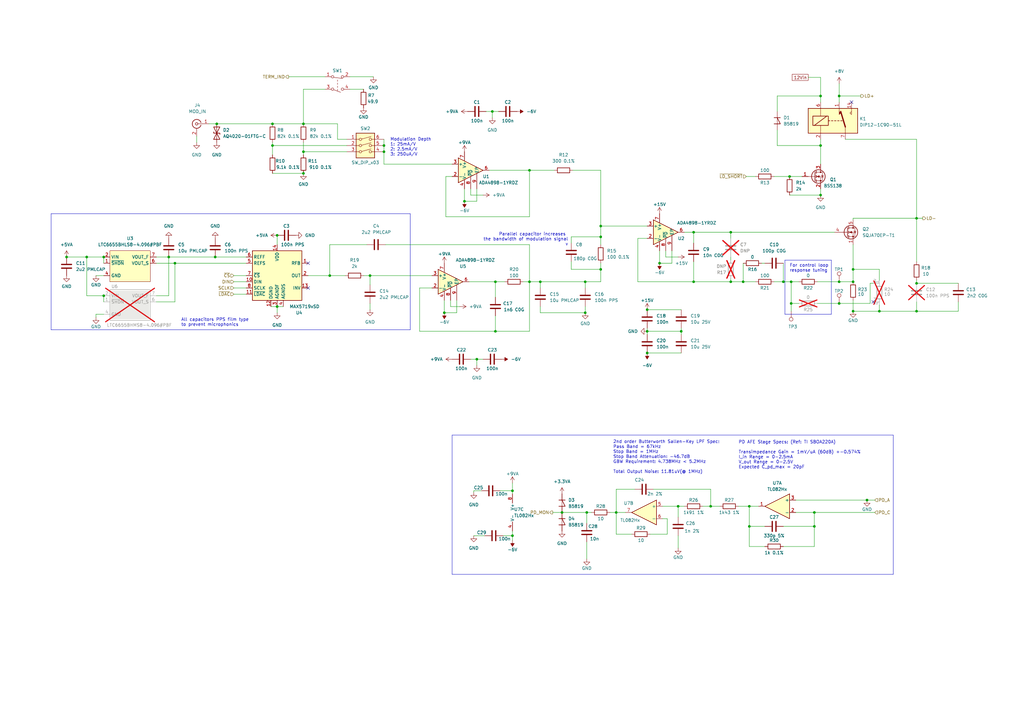
<source format=kicad_sch>
(kicad_sch (version 20230121) (generator eeschema)
  (paper "A3")
  (title_block (title "driveStage") (date "2023-11-27") (rev "r0_3") (company "M-Labs Limited") (comment 1 "Linus Woo Chun Kit"))
  (junction (at 270.51 107.95))
  (junction (at 124.46 71.12))
  (junction (at 217.17 69.85))
  (junction (at 265.43 135.89))
  (junction (at 203.2 115.57))
  (junction (at 324.485 124.46))
  (junction (at 113.665 96.52))
  (junction (at 360.68 127.635))
  (junction (at 375.92 89.535))
  (junction (at 334.01 210.185))
  (junction (at 210.185 201.295))
  (junction (at 88.9 50.8))
  (junction (at 201.93 45.72))
  (junction (at 240.03 115.57))
  (junction (at 344.17 115.57))
  (junction (at 195.58 147.32))
  (junction (at 299.72 115.57))
  (junction (at 265.43 127))
  (junction (at 252.73 210.185))
  (junction (at 349.885 115.57))
  (junction (at 182.245 128.27))
  (junction (at 124.46 50.8))
  (junction (at 336.55 39.37))
  (junction (at 355.6 205.105))
  (junction (at 217.17 115.57))
  (junction (at 307.34 207.645))
  (junction (at 221.615 115.57))
  (junction (at 334.01 215.9))
  (junction (at 190.5 82.55))
  (junction (at 324.485 115.57))
  (junction (at 35.56 105.41))
  (junction (at 42.545 121.285))
  (junction (at 69.215 105.41))
  (junction (at 135.255 113.03))
  (junction (at 336.55 80.01))
  (junction (at 349.885 110.49))
  (junction (at 299.72 95.25))
  (junction (at 284.48 95.25))
  (junction (at 111.76 50.8))
  (junction (at 157.48 62.23))
  (junction (at 88.265 105.41))
  (junction (at 151.765 113.03))
  (junction (at 279.4 135.89))
  (junction (at 210.185 219.71))
  (junction (at 246.38 110.49))
  (junction (at 246.38 92.71))
  (junction (at 42.545 105.41))
  (junction (at 71.755 107.95))
  (junction (at 349.885 127.635))
  (junction (at 265.43 144.78))
  (junction (at 291.465 207.645))
  (junction (at 278.13 207.645))
  (junction (at 240.03 128.27))
  (junction (at 111.76 59.69))
  (junction (at 307.34 215.9))
  (junction (at 336.55 59.69))
  (junction (at 246.38 97.155))
  (junction (at 344.17 39.37))
  (junction (at 230.505 210.185))
  (junction (at 304.8 115.57))
  (junction (at 203.2 135.89))
  (junction (at 124.46 62.23))
  (junction (at 113.665 125.73))
  (junction (at 375.92 127.635))
  (junction (at 157.48 59.69))
  (junction (at 344.17 124.46))
  (junction (at 375.92 116.205))
  (junction (at 240.665 210.185))
  (junction (at 284.48 115.57))
  (junction (at 27.305 105.41))
  (junction (at 323.85 72.39))
  (junction (at 321.31 115.57))
  (no_connect (at 358.14 123.825))
  (no_connect (at 349.25 41.91))
  (no_connect (at 126.365 118.11))
  (no_connect (at 126.365 107.95))
  (wire (pts (xy 151.765 124.46) (xy 151.765 127)))
  (wire (pts (xy 95.885 113.03) (xy 100.965 113.03)))
  (wire (pts (xy 360.68 114.935) (xy 360.68 110.49)))
  (wire (pts (xy 42.545 105.41) (xy 42.545 107.95)))
  (wire (pts (xy 323.85 72.39) (xy 328.93 72.39)))
  (wire (pts (xy 217.17 115.57) (xy 221.615 115.57)))
  (wire (pts (xy 259.08 219.075) (xy 252.73 219.075)))
  (wire (pts (xy 360.68 110.49) (xy 349.885 110.49)))
  (wire (pts (xy 111.76 71.12) (xy 124.46 71.12)))
  (wire (pts (xy 335.28 124.46) (xy 344.17 124.46)))
  (wire (pts (xy 334.01 210.185) (xy 358.775 210.185)))
  (wire (pts (xy 313.69 224.155) (xy 307.34 224.155)))
  (wire (pts (xy 234.315 107.315) (xy 234.315 110.49)))
  (wire (pts (xy 318.77 59.69) (xy 336.55 59.69)))
  (wire (pts (xy 324.485 127.635) (xy 324.485 124.46)))
  (wire (pts (xy 271.78 212.725) (xy 273.685 212.725)))
  (wire (pts (xy 240.03 115.57) (xy 246.38 115.57)))
  (wire (pts (xy 265.43 135.89) (xy 265.43 137.16)))
  (wire (pts (xy 349.885 90.17) (xy 349.885 89.535)))
  (wire (pts (xy 210.185 219.71) (xy 210.185 221.615)))
  (wire (pts (xy 42.545 121.285) (xy 35.56 121.285)))
  (wire (pts (xy 331.47 31.75) (xy 336.55 31.75)))
  (wire (pts (xy 240.665 210.185) (xy 242.57 210.185)))
  (wire (pts (xy 158.115 100.33) (xy 217.17 100.33)))
  (wire (pts (xy 138.43 57.15) (xy 142.24 57.15)))
  (wire (pts (xy 288.29 207.645) (xy 291.465 207.645)))
  (wire (pts (xy 80.645 58.42) (xy 80.645 55.88)))
  (wire (pts (xy 240.03 118.11) (xy 240.03 115.57)))
  (wire (pts (xy 284.48 95.25) (xy 284.48 99.695)))
  (wire (pts (xy 280.67 95.25) (xy 284.48 95.25)))
  (wire (pts (xy 184.785 125.73) (xy 188.595 125.73)))
  (wire (pts (xy 336.55 31.75) (xy 336.55 39.37)))
  (wire (pts (xy 349.885 127.635) (xy 349.885 123.19)))
  (wire (pts (xy 124.46 58.42) (xy 124.46 62.23)))
  (wire (pts (xy 246.38 107.95) (xy 246.38 110.49)))
  (wire (pts (xy 375.92 114.935) (xy 375.92 116.205)))
  (wire (pts (xy 299.72 95.25) (xy 342.265 95.25)))
  (wire (pts (xy 85.725 50.8) (xy 88.9 50.8)))
  (polyline (pts (xy 321.945 128.905) (xy 340.995 128.905)))
  (wire (pts (xy 95.885 118.11) (xy 100.965 118.11)))
  (wire (pts (xy 234.315 110.49) (xy 246.38 110.49)))
  (wire (pts (xy 349.885 110.49) (xy 349.885 115.57)))
  (wire (pts (xy 252.73 200.66) (xy 252.73 210.185)))
  (wire (pts (xy 35.56 105.41) (xy 42.545 105.41)))
  (wire (pts (xy 157.48 59.69) (xy 157.48 62.23)))
  (wire (pts (xy 206.375 219.71) (xy 210.185 219.71)))
  (wire (pts (xy 273.05 105.41) (xy 278.13 105.41)))
  (wire (pts (xy 234.315 97.155) (xy 246.38 97.155)))
  (polyline (pts (xy 321.945 106.68) (xy 340.995 106.68)))
  (wire (pts (xy 318.77 53.34) (xy 318.77 59.69)))
  (wire (pts (xy 157.48 57.15) (xy 157.48 59.69)))
  (wire (pts (xy 299.72 105.41) (xy 299.72 106.68)))
  (wire (pts (xy 95.885 115.57) (xy 100.965 115.57)))
  (wire (pts (xy 356.87 116.205) (xy 358.14 116.205)))
  (wire (pts (xy 111.76 58.42) (xy 111.76 59.69)))
  (wire (pts (xy 200.66 69.85) (xy 217.17 69.85)))
  (wire (pts (xy 201.93 45.72) (xy 201.93 48.26)))
  (wire (pts (xy 326.39 210.185) (xy 334.01 210.185)))
  (wire (pts (xy 306.07 72.39) (xy 309.88 72.39)))
  (wire (pts (xy 221.615 115.57) (xy 240.03 115.57)))
  (wire (pts (xy 267.97 200.66) (xy 291.465 200.66)))
  (wire (pts (xy 349.885 127.635) (xy 360.68 127.635)))
  (wire (pts (xy 217.17 88.9) (xy 217.17 69.85)))
  (wire (pts (xy 39.37 113.03) (xy 42.545 113.03)))
  (wire (pts (xy 210.185 198.12) (xy 210.185 201.295)))
  (wire (pts (xy 252.73 210.185) (xy 256.54 210.185)))
  (wire (pts (xy 138.43 50.8) (xy 138.43 57.15)))
  (wire (pts (xy 151.765 113.03) (xy 177.165 113.03)))
  (wire (pts (xy 157.48 62.23) (xy 157.48 67.31)))
  (wire (pts (xy 203.2 135.89) (xy 217.17 135.89)))
  (wire (pts (xy 149.225 113.03) (xy 151.765 113.03)))
  (wire (pts (xy 349.885 100.33) (xy 349.885 110.49)))
  (wire (pts (xy 299.72 95.25) (xy 299.72 97.79)))
  (wire (pts (xy 217.17 135.89) (xy 217.17 115.57)))
  (wire (pts (xy 375.92 89.535) (xy 349.885 89.535)))
  (wire (pts (xy 240.03 128.27) (xy 240.03 125.73)))
  (wire (pts (xy 64.135 107.95) (xy 71.755 107.95)))
  (wire (pts (xy 360.68 125.095) (xy 360.68 127.635)))
  (wire (pts (xy 336.55 57.15) (xy 336.55 59.69)))
  (wire (pts (xy 124.46 62.23) (xy 142.24 62.23)))
  (wire (pts (xy 214.63 115.57) (xy 217.17 115.57)))
  (wire (pts (xy 278.13 212.09) (xy 278.13 207.645)))
  (wire (pts (xy 279.4 135.89) (xy 265.43 135.89)))
  (wire (pts (xy 375.92 127.635) (xy 375.92 123.825)))
  (wire (pts (xy 201.93 45.72) (xy 204.47 45.72)))
  (wire (pts (xy 324.485 115.57) (xy 324.485 124.46)))
  (wire (pts (xy 172.085 118.11) (xy 172.085 135.89)))
  (wire (pts (xy 307.34 215.9) (xy 307.34 224.155)))
  (wire (pts (xy 195.58 82.55) (xy 195.58 77.47)))
  (wire (pts (xy 190.5 77.47) (xy 190.5 82.55)))
  (wire (pts (xy 187.325 128.27) (xy 187.325 123.19)))
  (wire (pts (xy 291.465 200.66) (xy 291.465 207.645)))
  (wire (pts (xy 135.255 100.33) (xy 135.255 113.03)))
  (wire (pts (xy 39.37 128.905) (xy 39.37 130.175)))
  (wire (pts (xy 150.495 100.33) (xy 135.255 100.33)))
  (polyline (pts (xy 20.955 87.63) (xy 168.275 87.63)))
  (wire (pts (xy 284.48 115.57) (xy 261.62 115.57)))
  (wire (pts (xy 266.7 219.075) (xy 273.685 219.075)))
  (wire (pts (xy 271.78 207.645) (xy 278.13 207.645)))
  (wire (pts (xy 71.755 107.95) (xy 100.965 107.95)))
  (wire (pts (xy 195.58 147.32) (xy 198.12 147.32)))
  (wire (pts (xy 88.9 50.8) (xy 111.76 50.8)))
  (wire (pts (xy 246.38 97.155) (xy 246.38 100.33)))
  (wire (pts (xy 304.8 107.95) (xy 304.8 115.57)))
  (wire (pts (xy 193.04 77.47) (xy 193.04 80.01)))
  (wire (pts (xy 111.76 50.8) (xy 124.46 50.8)))
  (wire (pts (xy 336.55 39.37) (xy 336.55 41.91)))
  (wire (pts (xy 190.5 82.55) (xy 195.58 82.55)))
  (wire (pts (xy 193.04 147.32) (xy 195.58 147.32)))
  (wire (pts (xy 326.39 205.105) (xy 355.6 205.105)))
  (wire (pts (xy 321.31 115.57) (xy 324.485 115.57)))
  (wire (pts (xy 240.665 222.25) (xy 240.665 229.235)))
  (wire (pts (xy 246.38 69.85) (xy 246.38 92.71)))
  (wire (pts (xy 270.51 107.95) (xy 275.59 107.95)))
  (wire (pts (xy 199.39 45.72) (xy 201.93 45.72)))
  (wire (pts (xy 344.17 39.37) (xy 344.17 41.91)))
  (wire (pts (xy 185.42 72.39) (xy 182.88 72.39)))
  (wire (pts (xy 35.56 121.285) (xy 35.56 105.41)))
  (wire (pts (xy 230.505 210.185) (xy 240.665 210.185)))
  (polyline (pts (xy 340.995 128.905) (xy 340.995 106.68)))
  (wire (pts (xy 143.51 31.496) (xy 153.162 31.496)))
  (wire (pts (xy 172.085 135.89) (xy 203.2 135.89)))
  (wire (pts (xy 184.785 123.19) (xy 184.785 125.73)))
  (wire (pts (xy 126.365 113.03) (xy 135.255 113.03)))
  (wire (pts (xy 393.065 127.635) (xy 393.065 123.825)))
  (wire (pts (xy 324.485 115.57) (xy 327.66 115.57)))
  (wire (pts (xy 124.46 36.576) (xy 124.46 50.8)))
  (wire (pts (xy 291.465 207.645) (xy 295.275 207.645)))
  (wire (pts (xy 317.5 115.57) (xy 321.31 115.57)))
  (wire (pts (xy 375.92 57.15) (xy 346.71 57.15)))
  (wire (pts (xy 250.19 210.185) (xy 252.73 210.185)))
  (wire (pts (xy 334.01 210.185) (xy 334.01 215.9)))
  (wire (pts (xy 143.51 36.576) (xy 149.098 36.576)))
  (wire (pts (xy 42.545 128.905) (xy 39.37 128.905)))
  (wire (pts (xy 234.95 69.85) (xy 246.38 69.85)))
  (wire (pts (xy 360.68 127.635) (xy 375.92 127.635)))
  (wire (pts (xy 344.17 115.57) (xy 349.885 115.57)))
  (wire (pts (xy 278.13 224.79) (xy 278.13 219.71)))
  (wire (pts (xy 27.305 105.41) (xy 35.56 105.41)))
  (wire (pts (xy 64.135 121.285) (xy 69.215 121.285)))
  (wire (pts (xy 378.46 89.535) (xy 375.92 89.535)))
  (wire (pts (xy 318.77 39.37) (xy 336.55 39.37)))
  (wire (pts (xy 302.895 207.645) (xy 307.34 207.645)))
  (wire (pts (xy 182.245 128.27) (xy 187.325 128.27)))
  (wire (pts (xy 124.46 62.23) (xy 124.46 63.5)))
  (wire (pts (xy 284.48 95.25) (xy 299.72 95.25)))
  (wire (pts (xy 270.51 102.87) (xy 270.51 107.95)))
  (polyline (pts (xy 20.955 87.63) (xy 20.955 135.255)))
  (wire (pts (xy 111.76 59.69) (xy 142.24 59.69)))
  (wire (pts (xy 375.92 116.205) (xy 393.065 116.205)))
  (wire (pts (xy 252.73 210.185) (xy 252.73 219.075)))
  (wire (pts (xy 261.62 115.57) (xy 261.62 97.79)))
  (wire (pts (xy 113.665 96.52) (xy 113.665 100.33)))
  (wire (pts (xy 273.685 212.725) (xy 273.685 219.075)))
  (wire (pts (xy 273.05 102.87) (xy 273.05 105.41)))
  (wire (pts (xy 157.48 67.31) (xy 185.42 67.31)))
  (wire (pts (xy 226.695 210.185) (xy 230.505 210.185)))
  (polyline (pts (xy 321.945 106.68) (xy 321.945 128.905)))
  (wire (pts (xy 217.17 69.85) (xy 227.33 69.85)))
  (wire (pts (xy 336.55 59.69) (xy 336.55 67.31)))
  (wire (pts (xy 321.31 224.155) (xy 334.01 224.155)))
  (wire (pts (xy 304.8 115.57) (xy 309.88 115.57)))
  (wire (pts (xy 194.31 201.93) (xy 194.31 201.295)))
  (wire (pts (xy 344.17 39.37) (xy 353.06 39.37)))
  (wire (pts (xy 284.48 115.57) (xy 299.72 115.57)))
  (wire (pts (xy 42.545 121.285) (xy 42.545 123.825)))
  (wire (pts (xy 64.135 123.825) (xy 71.755 123.825)))
  (wire (pts (xy 307.34 207.645) (xy 311.15 207.645)))
  (wire (pts (xy 182.88 88.9) (xy 217.17 88.9)))
  (wire (pts (xy 111.125 125.73) (xy 113.665 125.73)))
  (wire (pts (xy 246.38 92.71) (xy 265.43 92.71)))
  (wire (pts (xy 375.92 89.535) (xy 375.92 107.315)))
  (wire (pts (xy 95.885 120.65) (xy 100.965 120.65)))
  (wire (pts (xy 318.77 45.72) (xy 318.77 39.37)))
  (wire (pts (xy 135.255 113.03) (xy 141.605 113.03)))
  (wire (pts (xy 356.87 116.205) (xy 356.87 124.46)))
  (wire (pts (xy 375.92 127.635) (xy 393.065 127.635)))
  (wire (pts (xy 193.04 80.01) (xy 198.12 80.01)))
  (wire (pts (xy 246.38 92.71) (xy 246.38 97.155)))
  (polyline (pts (xy 20.955 135.255) (xy 168.275 135.255)))
  (wire (pts (xy 210.185 201.295) (xy 210.185 202.565)))
  (wire (pts (xy 194.31 201.295) (xy 197.485 201.295)))
  (wire (pts (xy 221.615 125.73) (xy 221.615 128.27)))
  (wire (pts (xy 299.72 114.3) (xy 299.72 115.57)))
  (wire (pts (xy 375.92 57.15) (xy 375.92 89.535)))
  (wire (pts (xy 71.755 123.825) (xy 71.755 107.95)))
  (wire (pts (xy 182.245 123.19) (xy 182.245 128.27)))
  (wire (pts (xy 221.615 118.11) (xy 221.615 115.57)))
  (wire (pts (xy 133.35 36.576) (xy 124.46 36.576)))
  (wire (pts (xy 321.31 107.95) (xy 321.31 115.57)))
  (wire (pts (xy 203.2 129.54) (xy 203.2 135.89)))
  (wire (pts (xy 205.105 201.295) (xy 210.185 201.295)))
  (wire (pts (xy 279.4 134.62) (xy 279.4 135.89)))
  (wire (pts (xy 69.215 105.41) (xy 88.265 105.41)))
  (wire (pts (xy 344.17 34.29) (xy 344.17 39.37)))
  (wire (pts (xy 312.42 107.95) (xy 313.69 107.95)))
  (wire (pts (xy 246.38 110.49) (xy 246.38 115.57)))
  (wire (pts (xy 69.215 121.285) (xy 69.215 105.41)))
  (wire (pts (xy 324.485 124.46) (xy 327.66 124.46)))
  (wire (pts (xy 323.85 80.01) (xy 336.55 80.01)))
  (wire (pts (xy 111.76 59.69) (xy 111.76 63.5)))
  (wire (pts (xy 335.28 115.57) (xy 344.17 115.57)))
  (wire (pts (xy 113.665 125.73) (xy 113.665 128.27)))
  (wire (pts (xy 217.17 100.33) (xy 217.17 115.57)))
  (wire (pts (xy 279.4 135.89) (xy 279.4 137.16)))
  (wire (pts (xy 210.185 217.805) (xy 210.185 219.71)))
  (wire (pts (xy 151.765 113.03) (xy 151.765 116.84)))
  (wire (pts (xy 124.46 50.8) (xy 138.43 50.8)))
  (wire (pts (xy 355.6 205.105) (xy 358.775 205.105)))
  (wire (pts (xy 203.2 115.57) (xy 207.01 115.57)))
  (wire (pts (xy 240.665 214.63) (xy 240.665 210.185)))
  (wire (pts (xy 336.55 77.47) (xy 336.55 80.01)))
  (wire (pts (xy 321.31 215.9) (xy 334.01 215.9)))
  (wire (pts (xy 307.34 207.645) (xy 307.34 215.9)))
  (wire (pts (xy 317.5 72.39) (xy 323.85 72.39)))
  (wire (pts (xy 177.165 118.11) (xy 172.085 118.11)))
  (wire (pts (xy 194.31 219.71) (xy 198.755 219.71)))
  (wire (pts (xy 265.43 134.62) (xy 265.43 135.89)))
  (wire (pts (xy 221.615 128.27) (xy 240.03 128.27)))
  (wire (pts (xy 265.43 127) (xy 279.4 127)))
  (wire (pts (xy 260.35 200.66) (xy 252.73 200.66)))
  (wire (pts (xy 203.2 115.57) (xy 203.2 121.92)))
  (wire (pts (xy 265.43 144.78) (xy 279.4 144.78)))
  (wire (pts (xy 278.13 207.645) (xy 280.67 207.645)))
  (wire (pts (xy 192.405 115.57) (xy 203.2 115.57)))
  (wire (pts (xy 64.135 105.41) (xy 69.215 105.41)))
  (wire (pts (xy 344.17 124.46) (xy 356.87 124.46)))
  (wire (pts (xy 118.364 31.496) (xy 133.35 31.496)))
  (wire (pts (xy 275.59 107.95) (xy 275.59 102.87)))
  (wire (pts (xy 284.48 107.315) (xy 284.48 115.57)))
  (wire (pts (xy 195.58 147.32) (xy 195.58 149.86)))
  (wire (pts (xy 299.72 115.57) (xy 304.8 115.57)))
  (polyline (pts (xy 168.275 135.255) (xy 168.275 87.63)))
  (wire (pts (xy 88.265 105.41) (xy 100.965 105.41)))
  (wire (pts (xy 234.315 99.695) (xy 234.315 97.155)))
  (wire (pts (xy 113.665 125.73) (xy 116.205 125.73)))
  (wire (pts (xy 182.88 72.39) (xy 182.88 88.9)))
  (wire (pts (xy 261.62 97.79) (xy 265.43 97.79)))
  (wire (pts (xy 334.01 215.9) (xy 334.01 224.155)))
  (wire (pts (xy 313.69 215.9) (xy 307.34 215.9)))
  (rectangle (start 185.42 178.435) (end 366.395 235.585))
  (text "All capacitors PPS film type\nto prevent microphonics " (at 74.295 133.985 0) (effects (font (size 1.27 1.27)) (justify left bottom)))
  (text "For control loop\nresponse tuning" (at 323.85 111.76 0) (effects (font (size 1.27 1.27)) (justify left bottom)))
  (text "PD AFE Stage Specs: (Ref: TI SBOA220A)\n\nTransimpedance Gain = 1mV/uA (60dB) +-0.574%\nI_in Range = 0-2.5mA\nV_out Range = 0-2.5V\nExpected C_pd_max = 20pF" (at 302.895 192.405 0) (effects (font (size 1.27 1.27)) (justify left bottom)))
  (text "Modulation Depth\n1: 25mA/V\n2: 2.5mA/V\n3: 250uA/V" (at 160.02 64.135 0) (effects (font (size 1.27 1.27)) (justify left bottom)))
  (text "\n2nd order Butterworth Sallen-Key LPF Spec:\nPass Band = 67kHz\nStop Band = 1MHz\nStop Band Attenuation: -46.7dB\nGBW Requirement: 4.738MHz < 5.2MHz\n\nTotal Output Noise: 11.81uV(@ 1MHz)" (at 251.46 194.31 0) (effects (font (size 1.27 1.27)) (justify left bottom)))
  (text "Parallel capacitor increases \nthe bandwidth of modulation signal\nv" (at 233.045 100.965 0) (effects (font (size 1.27 1.27)) (justify right bottom)))
  (global_label "12Vin" (shape passive) (at 331.47 31.75 180) (property "Intersheetrefs" "${INTERSHEET_REFS}" (effects hide)))
  (hierarchical_label "PD_MON" (shape output) (at 226.695 210.185 180))
  (hierarchical_label "PD_C" (shape input) (at 358.775 210.185 0))
  (hierarchical_label "TERM_IND" (shape output) (at 118.364 31.496 180))
  (hierarchical_label "~{LDAC}" (shape input) (at 95.885 120.65 180))
  (hierarchical_label "~{LD_SHORT}" (shape input) (at 306.07 72.39 180))
  (hierarchical_label "LD+" (shape output) (at 353.06 39.37 0))
  (hierarchical_label "PD_A" (shape input) (at 358.775 205.105 0))
  (hierarchical_label "SCLK" (shape input) (at 95.885 118.11 180))
  (hierarchical_label "DIN" (shape input) (at 95.885 115.57 180))
  (hierarchical_label "LD-" (shape output) (at 378.46 89.535 0))
  (hierarchical_label "~{CS}" (shape input) (at 95.885 113.03 180))
  (symbol (lib_id "Connector:TestPoint") (at 344.17 115.57 0) (unit 1)
    (property "Reference" "TP1" (at 342.265 110.49 0) (effects (justify left)))
    (property "Value" "TestPoint" (effects hide))
    (property "Footprint" "TestPoint:TestPoint_Pad_1.0x1.0mm" (effects hide))
  )
  (symbol (lib_id "Device:R") (at 299.72 110.49 180) (unit 1) (dnp yes)
    (property "Reference" "R17" (at 295.91 111.76 0))
    (property "Value" "DNP" (at 295.91 109.22 0))
    (property "Footprint" "Resistor_SMD:R_0603_1608Metric" (effects hide))
  )
  (symbol (lib_id "kirdy:R_Y169010R0000T9L") (at 360.68 120.015 0) (mirror y) (unit 1) (dnp yes)
    (property "Reference" "R24" (at 362.585 118.745 0) (effects (justify right)))
    (property "Value" "10" (at 362.585 120.65 0) (effects (justify right)))
    (property "Footprint" "Package_TO_SOT_THT:TO-220F-4_Horizontal_TabDown" (effects hide))
    (property "Datasheet" "https://www.mouser.hk/datasheet/2/428/vpr22021-3247675.pdf" (effects hide))
    (property "MFR_PN" "Y169010R0000T9L" (effects hide))
  )
  (symbol (lib_id "Device:R") (at 284.48 207.645 90) (unit 1)
    (property "Reference" "R26" (at 284.48 205.105 90))
    (property "Value" "1k91 1%" (at 284.48 210.185 90))
    (property "Footprint" "Resistor_SMD:R_0603_1608Metric" (effects hide))
    (property "MFR_PN" "ERJ-3EKF1911V" (effects hide))
  )
  (symbol (lib_id "Device:C") (at 264.16 200.66 270) (unit 1)
    (property "Reference" "C24" (at 262.255 196.85 90))
    (property "Value" "2n 2%" (at 268.605 202.565 90))
    (property "Footprint" "Capacitor_SMD:C_0603_1608Metric" (effects hide))
    (property "MFR_PN" "GCM1885C1H202GA16D" (effects hide))
  )
  (symbol (lib_id "power:GND") (at 39.37 130.175 0) (mirror y) (unit 1)
    (property "Reference" "#PWR042" (effects hide))
    (property "Value" "GND" (at 39.37 133.985 0))
  )
  (symbol (lib_id "Device:R") (at 323.85 76.2 180) (unit 1)
    (property "Reference" "R14" (at 326.39 74.9299 0) (effects (justify right)))
    (property "Value" "2k" (at 326.39 77.4699 0) (effects (justify right)))
    (property "Footprint" "Resistor_SMD:R_0603_1608Metric" (effects hide))
    (property "MFR_PN" "RC0603FR-072KL" (effects hide))
    (property "MFR_PN_ALT" "ERJ-3EKF2001V" (effects hide))
  )
  (symbol (lib_id "power:GND") (at 336.55 80.01 0) (unit 1)
    (property "Reference" "#PWR022" (effects hide))
    (property "Value" "GND" (at 336.55 85.09 0))
  )
  (symbol (lib_id "power:-6V") (at 212.09 45.72 270) (unit 1)
    (property "Reference" "#PWR015" (effects hide))
    (property "Value" "-6V" (at 215.9 45.7199 90) (effects (justify left)))
  )
  (symbol (lib_id "Device:C") (at 154.305 100.33 90) (unit 1)
    (property "Reference" "C4" (at 154.305 92.71 90))
    (property "Value" "2u2 PMLCAP" (at 154.305 95.25 90))
    (property "Footprint" "Capacitor_SMD:C_1812_4532Metric" (effects hide))
    (property "MFR_PN" "35MU225MC14532" (effects hide))
  )
  (symbol (lib_id "kirdy:LTC6655") (at 52.705 126.365 0) (unit 1) (dnp yes)
    (property "Reference" "U6" (at 46.99 117.475 0))
    (property "Value" "LTC6655BHMS8-4.096#PBF" (at 57.15 133.35 0))
    (property "Footprint" "kirdy:SOP65P490X110-8N" (effects hide))
    (property "Datasheet" "https://www.analog.com/media/en/technical-documentation/data-sheets/ltc6655-6655ln.pdf" (effects hide))
    (property "MFR_PN" "LTC6655BHMS8-4.096#PBF" (effects hide))
  )
  (symbol (lib_id "power:+15V") (at 265.43 127 0) (unit 1)
    (property "Reference" "#PWR037" (effects hide))
    (property "Value" "+15V" (at 265.43 123.19 0))
  )
  (symbol (lib_id "Device:R") (at 331.47 115.57 90) (unit 1)
    (property "Reference" "R22" (at 331.47 118.11 90))
    (property "Value" "0" (at 331.47 113.03 90))
    (property "Footprint" "Resistor_SMD:R_0603_1608Metric" (effects hide))
    (property "MFR_PN" "RMCF0603ZT0R00" (effects hide))
    (property "MFR_PN_ALT" "CR0603-J/-000ELF" (effects hide))
  )
  (symbol (lib_id "power:-6V") (at 205.74 147.32 270) (unit 1)
    (property "Reference" "#PWR046" (effects hide))
    (property "Value" "-6V" (at 209.55 147.3199 90) (effects (justify left)))
  )
  (symbol (lib_id "Device:D_Shockley") (at 230.505 206.375 270) (unit 1)
    (property "Reference" "D3" (at 233.045 205.1049 90) (effects (justify left)))
    (property "Value" "B5819" (at 233.045 207.6449 90) (effects (justify left)))
    (property "Footprint" "Diode_SMD:D_SOD-323" (effects hide))
    (property "MFR_PN" "B5819WS-TP" (effects hide))
  )
  (symbol (lib_id "power:GND") (at 194.31 201.93 0) (unit 1)
    (property "Reference" "#PWR049" (effects hide))
    (property "Value" "GND" (at 194.31 207.01 0))
  )
  (symbol (lib_id "Device:C") (at 208.28 45.72 90) (unit 1)
    (property "Reference" "C2" (at 208.28 41.91 90))
    (property "Value" "100n" (at 208.28 49.53 90))
    (property "Footprint" "Capacitor_SMD:C_0603_1608Metric" (effects hide))
    (property "MFR_PN" "CL10B104KB8NNWC" (effects hide))
    (property "MFR_PN_ALT" "CL10B104KB8NNNL" (effects hide))
  )
  (symbol (lib_id "power:GND") (at 39.37 113.03 0) (mirror y) (unit 1)
    (property "Reference" "#PWR034" (effects hide))
    (property "Value" "GND" (at 39.37 116.84 0))
  )
  (symbol (lib_id "Device:R") (at 349.885 119.38 0) (mirror x) (unit 1)
    (property "Reference" "R23" (at 351.79 118.745 0) (effects (justify left)))
    (property "Value" "10" (at 351.79 120.65 0) (effects (justify left)))
    (property "Footprint" "Package_TO_SOT_THT:TO-220-2_Horizontal_TabDown" (effects hide))
    (property "Datasheet" "https://www.alpha-elec.co.jp/w2img/2022100715510167015-PD(EN)_final_10Jan2018.pdf" (effects hide))
    (property "MFR_PN" "PDY10R000F" (effects hide))
  )
  (symbol (lib_id "Relay:DIPxx-1Cxx-51x") (at 341.63 49.53 0) (unit 1)
    (property "Reference" "K1" (at 352.552 48.6953 0) (effects (justify left)))
    (property "Value" "DIP12-1C90-51L" (at 352.552 51.2322 0) (effects (justify left)))
    (property "Footprint" "Relay_THT:Relay_StandexMeder_DIP_LowProfile" (effects hide))
    (property "Datasheet" "https://standexelectronics.com/wp-content/uploads/datasheet_reed_relay_DIP.pdf" (effects hide))
    (property "MFR_PN" "DIP12-1C90-51L" (effects hide))
  )
  (symbol (lib_id "Device:C") (at 278.13 215.9 180) (unit 1)
    (property "Reference" "C26" (at 283.21 214.63 0))
    (property "Value" "1n 2%" (at 283.845 217.805 0))
    (property "Footprint" "Capacitor_SMD:C_0603_1608Metric" (effects hide))
    (property "MFR_PN" "0603N102G250CT" (effects hide))
  )
  (symbol (lib_id "power:+5VA") (at 27.305 105.41 0) (unit 1)
    (property "Reference" "#PWR029" (effects hide))
    (property "Value" "+5VA" (at 27.305 100.33 0))
  )
  (symbol (lib_id "Device:C") (at 279.4 140.97 0) (unit 1)
    (property "Reference" "C21" (at 283.21 139.7 0) (effects (justify left)))
    (property "Value" "10u 25V" (at 283.21 142.24 0) (effects (justify left)))
    (property "Footprint" "Capacitor_SMD:C_0805_2012Metric" (effects hide))
    (property "MFR_PN" "GRM21BZ71E106KE15K" (effects hide))
    (property "MFR_PN_ALT" "GRM21BZ71E106KE15L" (effects hide))
  )
  (symbol (lib_id "Device:C") (at 69.215 101.6 0) (unit 1)
    (property "Reference" "C5" (at 73.025 100.33 0) (effects (justify left)))
    (property "Value" "10u PMLCAP" (at 73.025 102.87 0) (effects (justify left)))
    (property "Footprint" "Capacitor_SMD:C_1812_4532Metric" (effects hide))
    (property "MFR_PN" "16MU106MC44532" (effects hide))
  )
  (symbol (lib_id "Connector:TestPoint") (at 324.485 127.635 180) (unit 1)
    (property "Reference" "TP3" (at 327.025 133.985 0) (effects (justify left)))
    (property "Value" "TestPoint" (effects hide))
    (property "Footprint" "TestPoint:TestPoint_Pad_1.0x1.0mm" (effects hide))
  )
  (symbol (lib_id "Device:C") (at 299.72 101.6 0) (unit 1) (dnp yes)
    (property "Reference" "C7" (at 303.53 100.3299 0) (effects (justify left)))
    (property "Value" "DNP" (at 303.53 102.8699 0) (effects (justify left)))
    (property "Footprint" "Capacitor_SMD:C_0603_1608Metric" (effects hide))
  )
  (symbol (lib_id "Device:R") (at 313.69 115.57 90) (unit 1)
    (property "Reference" "R21" (at 313.69 118.11 90))
    (property "Value" "100" (at 313.69 113.03 90))
    (property "Footprint" "Resistor_SMD:R_0603_1608Metric" (effects hide))
    (property "MFR_PN" "WR06X1000FTL" (effects hide))
    (property "MFR_PN_ALT" "RMCF0603FT100R" (effects hide))
  )
  (symbol (lib_id "Device:R") (at 375.92 111.125 180) (unit 1)
    (property "Reference" "R18" (at 379.73 109.855 0))
    (property "Value" "10" (at 379.73 112.395 0))
    (property "Footprint" "Resistor_SMD:R_0603_1608Metric" (effects hide))
    (property "MFR_PN" "RT0603BRD0710RL" (effects hide))
    (property "MFR_PN_ALT" "WR06X10R0FTL" (effects hide))
  )
  (symbol (lib_id "power:GND") (at 113.665 128.27 0) (unit 1)
    (property "Reference" "#PWR039" (effects hide))
    (property "Value" "GND" (at 113.665 133.35 0))
  )
  (symbol (lib_id "Amplifier_Operational:ADA4898-1YRDZ") (at 273.05 95.25 0) (unit 1)
    (property "Reference" "U2" (at 279.4 97.79 0))
    (property "Value" "ADA4898-1YRDZ" (at 285.75 91.44 0))
    (property "Footprint" "Package_SO:SOIC-8-1EP_3.9x4.9mm_P1.27mm_EP2.29x3mm" (effects hide))
    (property "Datasheet" "https://www.analog.com/media/en/technical-documentation/data-sheets/ada4898-1_4898-2.pdf" (effects hide))
    (property "MFR_PN" "ADA4898-1YRDZ" (effects hide))
  )
  (symbol (lib_id "Device:C") (at 284.48 103.505 0) (unit 1)
    (property "Reference" "C9" (at 288.29 102.2349 0) (effects (justify left)))
    (property "Value" "10n C0G" (at 288.29 104.7749 0) (effects (justify left)))
    (property "Footprint" "Capacitor_SMD:C_0603_1608Metric" (effects hide))
    (property "MFR_PN" "GRM1885C1H103JA01J" (effects hide))
  )
  (symbol (lib_id "power:GND") (at 278.13 224.79 0) (unit 1)
    (property "Reference" "#PWR055" (effects hide))
    (property "Value" "GND" (at 278.13 228.6 0))
  )
  (symbol (lib_id "Device:C") (at 375.92 120.015 0) (unit 1) (dnp yes)
    (property "Reference" "C12" (at 379.73 118.7449 0) (effects (justify left)))
    (property "Value" "100n PPS" (at 379.73 121.2849 0) (effects (justify left)))
    (property "Footprint" "Capacitor_SMD:C_1210_3225Metric" (effects hide))
    (property "MFR_PN" "ECH-U1C104JX5" (effects hide))
  )
  (symbol (lib_id "Device:R") (at 246.38 104.14 180) (unit 1)
    (property "Reference" "R15" (at 248.92 102.87 0) (effects (justify right)))
    (property "Value" "100 0.1%" (at 248.92 105.41 0) (effects (justify right)))
    (property "Footprint" "Resistor_SMD:R_0603_1608Metric" (effects hide))
    (property "MFR_PN" "RN73R1JTTD1000B25" (effects hide))
  )
  (symbol (lib_id "power:GND") (at 121.285 96.52 90) (unit 1)
    (property "Reference" "#PWR026" (effects hide))
    (property "Value" "GND" (at 125.095 96.5199 90) (effects (justify right)))
  )
  (symbol (lib_id "Device:R") (at 111.76 67.31 180) (unit 1)
    (property "Reference" "R10" (at 114.935 66.04 0))
    (property "Value" "9.1k 0.1%" (at 118.11 68.58 0))
    (property "Footprint" "Resistor_SMD:R_0603_1608Metric" (effects hide))
    (property "MFR_PN" "ERA-3AEB912V" (effects hide))
  )
  (symbol (lib_id "power:GND") (at 149.098 44.196 0) (unit 1)
    (property "Reference" "#PWR013" (effects hide))
    (property "Value" "GND" (at 149.098 48.006 0))
  )
  (symbol (lib_id "power:GND") (at 27.305 113.03 0) (unit 1)
    (property "Reference" "#PWR033" (effects hide))
    (property "Value" "GND" (at 27.305 117.475 0))
  )
  (symbol (lib_id "power:GND") (at 69.215 97.79 180) (unit 1)
    (property "Reference" "#PWR027" (effects hide))
    (property "Value" "GND" (at 69.215 92.71 0))
  )
  (symbol (lib_id "power:-6V") (at 210.185 221.615 180) (unit 1)
    (property "Reference" "#PWR054" (effects hide))
    (property "Value" "-6V" (at 210.185 225.425 0))
  )
  (symbol (lib_id "Device:R") (at 149.098 40.386 180) (unit 1)
    (property "Reference" "R7" (at 152.273 39.116 0))
    (property "Value" "49.9" (at 152.908 41.656 0))
    (property "Footprint" "Resistor_SMD:R_0603_1608Metric" (effects hide))
    (property "MFR_PN" "RT0603DRE0749R9L" (effects hide))
  )
  (symbol (lib_id "Device:C") (at 221.615 121.92 0) (unit 1)
    (property "Reference" "C15" (at 225.425 120.65 0) (effects (justify left)))
    (property "Value" "10u PMLCAP" (at 225.425 123.19 0) (effects (justify left)))
    (property "Footprint" "Capacitor_SMD:C_1812_4532Metric" (effects hide))
    (property "MFR_PN" "16MU106MC44532" (effects hide))
  )
  (symbol (lib_id "Device:R") (at 262.89 219.075 90) (unit 1)
    (property "Reference" "R29" (at 262.89 216.535 90))
    (property "Value" "10" (at 262.89 221.615 90))
    (property "Footprint" "Resistor_SMD:R_0603_1608Metric" (effects hide))
    (property "MFR_PN" "RT0603BRD0710RL" (effects hide))
    (property "MFR_PN_ALT" "WR06X10R0FTL" (effects hide))
  )
  (symbol (lib_id "Amplifier_Operational:ADA4898-1YRDZ") (at 184.785 115.57 0) (unit 1)
    (property "Reference" "U5" (at 189.865 109.22 0))
    (property "Value" "ADA4898-1YRDZ" (at 194.945 106.68 0))
    (property "Footprint" "Package_SO:SOIC-8-1EP_3.9x4.9mm_P1.27mm_EP2.29x3mm" (effects hide))
    (property "Datasheet" "https://www.analog.com/media/en/technical-documentation/data-sheets/ada4898-1_4898-2.pdf" (effects hide))
    (property "MFR_PN" "ADA4898-1YRDZ" (effects hide))
  )
  (symbol (lib_id "Device:C") (at 317.5 215.9 90) (unit 1)
    (property "Reference" "C27" (at 317.5 212.09 90))
    (property "Value" "330p 5%" (at 317.5 219.71 90))
    (property "Footprint" "Capacitor_SMD:C_0603_1608Metric" (effects hide))
    (property "MFR_PN" "885012006041" (effects hide))
  )
  (symbol (lib_id "power:GND") (at 265.43 135.89 270) (unit 1)
    (property "Reference" "#PWR043" (effects hide))
    (property "Value" "GND" (at 261.62 135.8899 90) (effects (justify right)))
  )
  (symbol (lib_id "power:GND") (at 194.31 219.71 0) (unit 1)
    (property "Reference" "#PWR053" (effects hide))
    (property "Value" "GND" (at 194.31 224.79 0))
  )
  (symbol (lib_id "Device:C") (at 265.43 140.97 0) (unit 1)
    (property "Reference" "C20" (at 269.24 139.6999 0) (effects (justify left)))
    (property "Value" "100n" (at 269.24 142.2399 0) (effects (justify left)))
    (property "Footprint" "Capacitor_SMD:C_0603_1608Metric" (effects hide))
    (property "MFR_PN" "CL10B104KB8NNWC" (effects hide))
    (property "MFR_PN_ALT" "CL10B104KB8NNNL" (effects hide))
  )
  (symbol (lib_id "power:+9VA") (at 210.185 198.12 0) (unit 1)
    (property "Reference" "#PWR048" (effects hide))
    (property "Value" "+9VA" (at 210.185 194.31 0))
  )
  (symbol (lib_id "power:GND") (at 151.765 127 0) (unit 1)
    (property "Reference" "#PWR036" (effects hide))
    (property "Value" "GND" (at 151.765 132.08 0))
  )
  (symbol (lib_id "Device:R") (at 317.5 224.155 90) (unit 1)
    (property "Reference" "R30" (at 317.5 221.615 90))
    (property "Value" "1k 0.1%" (at 317.5 226.695 90))
    (property "Footprint" "Resistor_SMD:R_0603_1608Metric" (effects hide))
    (property "MFR_PN" "RP0603BRD071KL" (effects hide))
    (property "MFR_PN_ALT" "WR06X1001FTL" (effects hide))
  )
  (symbol (lib_id "Device:R") (at 145.415 113.03 90) (unit 1)
    (property "Reference" "R19" (at 145.415 106.68 90))
    (property "Value" "2k" (at 145.415 109.22 90))
    (property "Footprint" "Resistor_SMD:R_0603_1608Metric" (effects hide))
    (property "MFR_PN" "RC0603FR-072KL" (effects hide))
    (property "MFR_PN_ALT" "ERJ-3EKF2001V" (effects hide))
  )
  (symbol (lib_id "Device:C") (at 203.2 125.73 180) (unit 1)
    (property "Reference" "C17" (at 208.28 124.46 0))
    (property "Value" "1n6 C0G" (at 210.82 127 0))
    (property "Footprint" "Capacitor_SMD:C_0603_1608Metric" (effects hide))
    (property "MFR_PN" "GRM1885C1H162JA01D" (effects hide))
  )
  (symbol (lib_id "Device:C") (at 201.93 147.32 90) (unit 1)
    (property "Reference" "C23" (at 201.93 143.51 90))
    (property "Value" "100n" (at 201.93 151.13 90))
    (property "Footprint" "Capacitor_SMD:C_0603_1608Metric" (effects hide))
    (property "MFR_PN" "CL10B104KB8NNWC" (effects hide))
    (property "MFR_PN_ALT" "CL10B104KB8NNNL" (effects hide))
  )
  (symbol (lib_id "power:+9VA") (at 198.12 80.01 270) (unit 1)
    (property "Reference" "#PWR021" (effects hide))
    (property "Value" "+9VA" (at 201.93 80.0099 90) (effects (justify left)))
  )
  (symbol (lib_id "Device:R") (at 124.46 54.61 0) (unit 1)
    (property "Reference" "R9" (at 127 53.34 0) (effects (justify left)))
    (property "Value" "82k 0.1%" (at 127 55.88 0) (effects (justify left)))
    (property "Footprint" "Resistor_SMD:R_0603_1608Metric" (effects hide))
    (property "MFR_PN" "ERA-3AEB823V" (effects hide))
  )
  (symbol (lib_id "Device:C") (at 317.5 107.95 90) (unit 1)
    (property "Reference" "C10" (at 317.5 100.33 90))
    (property "Value" "100p C0G" (at 317.5 102.87 90))
    (property "Footprint" "Capacitor_SMD:C_0603_1608Metric" (effects hide))
    (property "MFR_PN" "CC0603JRNPO7BN101" (effects hide))
  )
  (symbol (lib_id "power:-6V") (at 182.245 128.27 180) (unit 1)
    (property "Reference" "#PWR040" (effects hide))
    (property "Value" "-6V" (at 182.245 132.08 0))
  )
  (symbol (lib_id "Device:C") (at 202.565 219.71 270) (unit 1)
    (property "Reference" "C29" (at 195.58 218.44 90) (effects (justify left)))
    (property "Value" "100n" (at 204.47 220.98 90) (effects (justify left)))
    (property "Footprint" "Capacitor_SMD:C_0603_1608Metric" (effects hide))
    (property "MFR_PN" "CL10B104KB8NNWC" (effects hide))
    (property "MFR_PN_ALT" "CL10B104KB8NNNL" (effects hide))
  )
  (symbol (lib_id "power:+15V") (at 278.13 105.41 270) (unit 1)
    (property "Reference" "#PWR030" (effects hide))
    (property "Value" "+15V" (at 276.86 107.95 90) (effects (justify left)))
  )
  (symbol (lib_id "Device:C") (at 279.4 130.81 0) (unit 1)
    (property "Reference" "C19" (at 283.21 129.54 0) (effects (justify left)))
    (property "Value" "10u 25V" (at 283.21 132.08 0) (effects (justify left)))
    (property "Footprint" "Capacitor_SMD:C_0805_2012Metric" (effects hide))
    (property "MFR_PN" "GRM21BZ71E106KE15K" (effects hide))
    (property "MFR_PN_ALT" "GRM21BZ71E106KE15L" (effects hide))
  )
  (symbol (lib_id "power:GND") (at 153.162 31.496 0) (unit 1)
    (property "Reference" "#PWR011" (effects hide))
    (property "Value" "GND" (at 153.162 35.941 0))
  )
  (symbol (lib_id "Amplifier_Operational:TL082") (at 318.77 207.645 0) (mirror y) (unit 1)
    (property "Reference" "U7" (at 318.77 198.12 0))
    (property "Value" "TL082Hx" (at 318.77 200.66 0))
    (property "Footprint" "kirdy:SOIC8-TL082Hx" (effects hide))
    (property "Datasheet" "http://www.ti.com/lit/ds/symlink/tl081.pdf" (effects hide))
    (property "MFR_PN" "TL082HIDR" (effects hide))
  )
  (symbol (lib_id "Device:R") (at 308.61 107.95 90) (unit 1)
    (property "Reference" "R16" (at 308.61 110.49 90))
    (property "Value" "0" (at 308.61 105.41 90))
    (property "Footprint" "Resistor_SMD:R_0603_1608Metric" (effects hide))
    (property "MFR_PN" "RMCF0603ZT0R00" (effects hide))
    (property "MFR_PN_ALT" "CR0603-J/-000ELF" (effects hide))
  )
  (symbol (lib_id "power:+9VA") (at 191.77 45.72 90) (unit 1)
    (property "Reference" "#PWR014" (effects hide))
    (property "Value" "+9VA" (at 187.96 45.7199 90) (effects (justify left)))
  )
  (symbol (lib_id "Device:R") (at 313.69 72.39 90) (unit 1)
    (property "Reference" "R13" (at 313.69 74.93 90))
    (property "Value" "100" (at 313.69 69.85 90))
    (property "Footprint" "Resistor_SMD:R_0603_1608Metric" (effects hide))
    (property "MFR_PN" "WR06X1000FTL" (effects hide))
    (property "MFR_PN_ALT" "RMCF0603FT100R" (effects hide))
  )
  (symbol (lib_id "power:+3.3VA") (at 230.505 202.565 0) (unit 1)
    (property "Reference" "#PWR050" (effects hide))
    (property "Value" "+3.3VA" (at 230.505 197.485 0))
  )
  (symbol (lib_id "power:GND") (at 240.665 229.235 0) (unit 1)
    (property "Reference" "#PWR056" (effects hide))
    (property "Value" "GND" (at 240.665 233.045 0))
  )
  (symbol (lib_id "power:GND") (at 124.46 71.12 0) (unit 1)
    (property "Reference" "#PWR020" (effects hide))
    (property "Value" "GND" (at 124.46 75.5634 0))
  )
  (symbol (lib_id "Device:R") (at 231.14 69.85 90) (unit 1)
    (property "Reference" "R12" (at 231.14 63.5 90))
    (property "Value" "300 0.1%" (at 231.14 66.04 90))
    (property "Footprint" "Resistor_SMD:R_0603_1608Metric" (effects hide))
    (property "MFR_PN" "ERA-3AEB301V" (effects hide))
  )
  (symbol (lib_id "Device:R") (at 246.38 210.185 90) (unit 1)
    (property "Reference" "R28" (at 246.38 207.645 90))
    (property "Value" "10" (at 246.38 212.725 90))
    (property "Footprint" "Resistor_SMD:R_0603_1608Metric" (effects hide))
    (property "MFR_PN" "RT0603BRD0710RL" (effects hide))
    (property "MFR_PN_ALT" "WR06X10R0FTL" (effects hide))
  )
  (symbol (lib_id "Device:R") (at 331.47 124.46 90) (unit 1) (dnp yes)
    (property "Reference" "R25" (at 331.47 127 90))
    (property "Value" "0" (at 331.47 121.92 90))
    (property "Footprint" "Resistor_SMD:R_0603_1608Metric" (effects hide))
    (property "MFR_PN" "RMCF0603ZT0R00" (effects hide))
    (property "MFR_PN_ALT" "CR0603-J/-000ELF" (effects hide))
  )
  (symbol (lib_id "power:+9VA") (at 185.42 147.32 90) (unit 1)
    (property "Reference" "#PWR045" (effects hide))
    (property "Value" "+9VA" (at 181.61 147.3199 90) (effects (justify left)))
  )
  (symbol (lib_id "power:GND") (at 88.9 58.42 0) (unit 1)
    (property "Reference" "#PWR018" (effects hide))
    (property "Value" "GND" (at 88.9 63.5 0))
  )
  (symbol (lib_id "Device:C") (at 234.315 103.505 0) (unit 1)
    (property "Reference" "C8" (at 237.49 100.33 0))
    (property "Value" "180p C0G" (at 240.03 106.045 0))
    (property "Footprint" "Capacitor_SMD:C_0603_1608Metric" (effects hide))
    (property "MFR_PN" "CL10C181JB81PND" (effects hide))
  )
  (symbol (lib_id "Device:R") (at 111.76 54.61 0) (unit 1)
    (property "Reference" "R8" (at 113.665 53.34 0) (effects (justify left)))
    (property "Value" "82k 0.1%" (at 113.665 55.88 0) (effects (justify left)))
    (property "Footprint" "Resistor_SMD:R_0603_1608Metric" (effects hide))
    (property "MFR_PN" "ERA-3AEB823V" (effects hide))
  )
  (symbol (lib_id "power:+9VA") (at 188.595 125.73 270) (unit 1)
    (property "Reference" "#PWR035" (effects hide))
    (property "Value" "+9VA" (at 192.405 125.7299 90) (effects (justify left)))
  )
  (symbol (lib_id "power:GND") (at 349.885 127.635 0) (unit 1)
    (property "Reference" "#PWR038" (effects hide))
    (property "Value" "GND" (at 349.885 131.445 0))
  )
  (symbol (lib_id "kirdy:SPDT_204-121ST") (at 133.35 31.496 0) (unit 1)
    (property "Reference" "SW1" (at 138.43 28.956 0))
    (property "Value" "204-121ST" (effects hide))
    (property "Footprint" "kirdy:204-121ST" (effects hide))
    (property "MFR_PN" "204-121ST" (effects hide))
  )
  (symbol (lib_id "Device:C") (at 201.295 201.295 270) (unit 1)
    (property "Reference" "C25" (at 194.31 200.025 90) (effects (justify left)))
    (property "Value" "100n" (at 203.2 202.565 90) (effects (justify left)))
    (property "Footprint" "Capacitor_SMD:C_0603_1608Metric" (effects hide))
    (property "MFR_PN" "CL10B104KB8NNWC" (effects hide))
    (property "MFR_PN_ALT" "CL10B104KB8NNNL" (effects hide))
  )
  (symbol (lib_id "Device:R") (at 124.46 67.31 180) (unit 1)
    (property "Reference" "R11" (at 128.27 66.04 0))
    (property "Value" "910 0.1%" (at 131.445 68.58 0))
    (property "Footprint" "Resistor_SMD:R_0603_1608Metric" (effects hide))
    (property "MFR_PN" "ERA-3AEB911V" (effects hide))
  )
  (symbol (lib_id "Device:C") (at 27.305 109.22 0) (unit 1)
    (property "Reference" "C11" (at 31.115 107.95 0) (effects (justify left)))
    (property "Value" "2u2 PMLCAP" (at 31.115 110.49 0) (effects (justify left)))
    (property "Footprint" "Capacitor_SMD:C_1812_4532Metric" (effects hide))
    (property "MFR_PN" "35MU225MC14532" (effects hide))
  )
  (symbol (lib_id "power:+8V") (at 344.17 34.29 0) (unit 1)
    (property "Reference" "#PWR012" (effects hide))
    (property "Value" "+8V" (at 344.17 29.21 0))
  )
  (symbol (lib_id "power:GND") (at 240.03 128.27 0) (unit 1)
    (property "Reference" "#PWR041" (effects hide))
    (property "Value" "GND" (at 240.03 132.7134 0))
  )
  (symbol (lib_id "Device:C") (at 240.665 218.44 180) (unit 1)
    (property "Reference" "C28" (at 243.205 215.9 0))
    (property "Value" "10n" (at 243.84 220.98 0))
    (property "Footprint" "Capacitor_SMD:C_0603_1608Metric" (effects hide))
    (property "MFR_PN" "0603B103K500CT" (effects hide))
    (property "MFR_PN_ALT" "CL10B103KB8NNNC" (effects hide))
  )
  (symbol (lib_id "power:GND") (at 195.58 149.86 0) (unit 1)
    (property "Reference" "#PWR047" (effects hide))
    (property "Value" "GND" (at 195.58 154.94 0))
  )
  (symbol (lib_id "power:GND") (at 230.505 217.805 0) (unit 1)
    (property "Reference" "#PWR052" (effects hide))
    (property "Value" "GND" (at 230.505 222.885 0))
  )
  (symbol (lib_id "Amplifier_Operational:ADA4898-1YRDZ") (at 193.04 69.85 0) (unit 1)
    (property "Reference" "U1" (at 199.39 72.39 0))
    (property "Value" "ADA4898-1YRDZ" (at 204.47 74.93 0))
    (property "Footprint" "Package_SO:SOIC-8-1EP_3.9x4.9mm_P1.27mm_EP2.29x3mm" (effects hide))
    (property "Datasheet" "https://www.analog.com/media/en/technical-documentation/data-sheets/ada4898-1_4898-2.pdf" (effects hide))
    (property "MFR_PN" "ADA4898-1YRDZ" (effects hide))
  )
  (symbol (lib_id "power:-6V") (at 190.5 82.55 180) (unit 1)
    (property "Reference" "#PWR023" (effects hide))
    (property "Value" "-6V" (at 190.5 86.36 0))
  )
  (symbol (lib_id "power:GND") (at 201.93 48.26 0) (unit 1)
    (property "Reference" "#PWR016" (effects hide))
    (property "Value" "GND" (at 201.93 53.34 0))
  )
  (symbol (lib_id "power:GND") (at 88.265 97.79 180) (unit 1)
    (property "Reference" "#PWR028" (effects hide))
    (property "Value" "GND" (at 88.265 92.71 0))
  )
  (symbol (lib_id "power:GND") (at 80.645 58.42 0) (unit 1)
    (property "Reference" "#PWR017" (effects hide))
    (property "Value" "GND" (at 80.645 63.5 0))
  )
  (symbol (lib_id "Device:C") (at 265.43 130.81 0) (unit 1)
    (property "Reference" "C18" (at 269.24 129.5399 0) (effects (justify left)))
    (property "Value" "100n" (at 269.24 132.0799 0) (effects (justify left)))
    (property "Footprint" "Capacitor_SMD:C_0603_1608Metric" (effects hide))
    (property "MFR_PN" "CL10B104KB8NNWC" (effects hide))
    (property "MFR_PN_ALT" "CL10B104KB8NNNL" (effects hide))
  )
  (symbol (lib_id "Switch:SW_DIP_x03") (at 149.86 62.23 0) (unit 1)
    (property "Reference" "SW2" (at 149.86 52.705 0))
    (property "Value" "SW_DIP_x03" (at 149.86 66.675 0))
    (property "Footprint" "Button_Switch_SMD:SW_DIP_SPSTx03_Slide_Omron_A6S-310x_W8.9mm_P2.54mm" (effects hide))
    (property "MFR_PN" "A6SN-3104" (effects hide))
  )
  (symbol (lib_id "Device:R") (at 210.82 115.57 90) (unit 1)
    (property "Reference" "R20" (at 210.82 110.49 90))
    (property "Value" "100" (at 210.82 113.03 90))
    (property "Footprint" "Resistor_SMD:R_0603_1608Metric" (effects hide))
    (property "MFR_PN" "WR06X1000FTL" (effects hide))
    (property "MFR_PN_ALT" "RMCF0603FT100R" (effects hide))
  )
  (symbol (lib_id "Connector:TestPoint") (at 344.17 124.46 0) (unit 1)
    (property "Reference" "TP2" (at 342.265 119.38 0) (effects (justify left)))
    (property "Value" "TestPoint" (effects hide))
    (property "Footprint" "TestPoint:TestPoint_Pad_1.0x1.0mm" (effects hide))
  )
  (symbol (lib_id "power:GND") (at 355.6 205.105 0) (unit 1)
    (property "Reference" "#PWR051" (effects hide))
    (property "Value" "GND" (at 355.6 208.915 0))
  )
  (symbol (lib_id "Device:C") (at 195.58 45.72 90) (unit 1)
    (property "Reference" "C1" (at 195.58 41.91 90))
    (property "Value" "100n" (at 195.58 49.53 90))
    (property "Footprint" "Capacitor_SMD:C_0603_1608Metric" (effects hide))
    (property "MFR_PN" "CL10B104KB8NNWC" (effects hide))
    (property "MFR_PN_ALT" "CL10B104KB8NNNL" (effects hide))
  )
  (symbol (lib_id "Transistor_FET:CSD17507Q5A") (at 347.345 95.25 0) (unit 1)
    (property "Reference" "Q2" (at 353.695 93.9799 0) (effects (justify left)))
    (property "Value" "SQJA70EP-T1" (at 353.695 96.5199 0) (effects (justify left)))
    (property "Footprint" "Package_TO_SOT_SMD:TDSON-8-1" (effects hide))
    (property "MFR_PN" "SQJA70EP-T1_GE3" (effects hide))
  )
  (symbol (lib_id "power:-6V") (at 270.51 107.95 180) (unit 1)
    (property "Reference" "#PWR032" (effects hide))
    (property "Value" "-6V" (at 270.51 111.76 0))
  )
  (symbol (lib_id "Device:R") (at 299.085 207.645 90) (unit 1)
    (property "Reference" "R27" (at 299.085 205.105 90))
    (property "Value" "1k43 1%" (at 299.085 210.185 90))
    (property "Footprint" "Resistor_SMD:R_0603_1608Metric" (effects hide))
    (property "MFR_PN" "CR0603-FX-1431ELF" (effects hide))
  )
  (symbol (lib_id "Device:D_Shockley") (at 318.77 49.53 270) (unit 1)
    (property "Reference" "D1" (at 321.31 48.2599 90) (effects (justify left)))
    (property "Value" "B5819" (at 321.31 50.7999 90) (effects (justify left)))
    (property "Footprint" "Diode_SMD:D_SOD-323" (effects hide))
    (property "MFR_PN" "B5819WS-TP" (effects hide))
  )
  (symbol (lib_id "Device:C") (at 189.23 147.32 90) (unit 1)
    (property "Reference" "C22" (at 189.23 143.51 90))
    (property "Value" "100n" (at 189.23 151.13 90))
    (property "Footprint" "Capacitor_SMD:C_0603_1608Metric" (effects hide))
    (property "MFR_PN" "CL10B104KB8NNWC" (effects hide))
    (property "MFR_PN_ALT" "CL10B104KB8NNNL" (effects hide))
  )
  (symbol (lib_id "power:-6V") (at 265.43 144.78 180) (unit 1)
    (property "Reference" "#PWR044" (effects hide))
    (property "Value" "-6V" (at 265.43 149.86 0))
  )
  (symbol (lib_id "Device:D_TVS") (at 88.9 54.61 90) (unit 1)
    (property "Reference" "D2" (at 91.44 53.3399 90) (effects (justify right)))
    (property "Value" "AQ4020-01FTG-C" (at 91.44 55.8799 90) (effects (justify right)))
    (property "Footprint" "Diode_SMD:D_SOD-323" (effects hide))
    (property "MFR_PN" "AQ4020-01FTG-C" (effects hide))
  )
  (symbol (lib_id "Device:D_Shockley") (at 230.505 213.995 270) (unit 1)
    (property "Reference" "D4" (at 233.045 212.7249 90) (effects (justify left)))
    (property "Value" "B5819" (at 233.045 215.2649 90) (effects (justify left)))
    (property "Footprint" "Diode_SMD:D_SOD-323" (effects hide))
    (property "MFR_PN" "B5819WS-TP" (effects hide))
  )
  (symbol (lib_id "power:+9VA") (at 182.245 107.95 0) (unit 1)
    (property "Reference" "#PWR031" (effects hide))
    (property "Value" "+9VA" (at 182.245 104.14 0))
  )
  (symbol (lib_id "Device:C") (at 117.475 96.52 90) (unit 1)
    (property "Reference" "C3" (at 117.475 92.71 90))
    (property "Value" "100n PPS" (at 120.015 100.33 90))
    (property "Footprint" "Capacitor_SMD:C_1210_3225Metric" (effects hide))
    (property "MFR_PN" "ECH-U1C104JX5" (effects hide))
  )
  (symbol (lib_id "power:+9VA") (at 190.5 62.23 0) (unit 1)
    (property "Reference" "#PWR019" (effects hide))
    (property "Value" "+9VA" (at 190.5 58.42 0))
  )
  (symbol (lib_id "Device:C") (at 151.765 120.65 0) (unit 1)
    (property "Reference" "C14" (at 155.575 119.38 0) (effects (justify left)))
    (property "Value" "2u2 PMLCAP" (at 155.575 121.92 0) (effects (justify left)))
    (property "Footprint" "Capacitor_SMD:C_1812_4532Metric" (effects hide))
    (property "MFR_PN" "35MU225MC14532" (effects hide))
  )
  (symbol (lib_id "kirdy:LTC6655") (at 52.705 110.49 0) (unit 1)
    (property "Reference" "U3" (at 53.34 97.79 0))
    (property "Value" "LTC6655BHLS8-4.096#PBF" (at 53.34 100.33 0))
    (property "Footprint" "kirdy:LCC127P500X500X155-8N" (effects hide))
    (property "Datasheet" "https://www.analog.com/media/en/technical-documentation/data-sheets/ltc6655-6655ln.pdf" (effects hide))
    (property "MFR_PN" "LTC6655BHLS8-4.096#PBF" (effects hide))
  )
  (symbol (lib_id "Analog_DAC:MAX5719xSD") (at 113.665 113.03 0) (unit 1)
    (property "Reference" "U4" (at 121.285 128.27 0) (effects (justify left)))
    (property "Value" "MAX5719xSD" (at 118.745 125.73 0) (effects (justify left)))
    (property "Footprint" "Package_SO:SOIC-14_3.9x8.7mm_P1.27mm" (effects hide))
    (property "Datasheet" "https://datasheets.maximintegrated.com/en/ds/MAX5717-MAX5719.pdf" (effects hide))
    (property "MFR_PN" "MAX5719AGSD+" (effects hide))
    (property "MFR_PN_ALT" "MAX5719GSD+" (effects hide))
  )
  (symbol (lib_id "Device:C") (at 393.065 120.015 180) (unit 1)
    (property "Reference" "C13" (at 396.24 118.745 0) (effects (justify right)))
    (property "Value" " 2n2 C0G" (at 395.605 121.285 0) (effects (justify right)))
    (property "Footprint" "Capacitor_SMD:C_0603_1608Metric" (effects hide))
    (property "MFR_PN" "GRM1885C1H222JA01D" (effects hide))
  )
  (symbol (lib_id "Device:C") (at 240.03 121.92 0) (unit 1)
    (property "Reference" "C16" (at 243.84 120.6499 0) (effects (justify left)))
    (property "Value" "100n PPS" (at 243.84 123.1899 0) (effects (justify left)))
    (property "Footprint" "Capacitor_SMD:C_1210_3225Metric" (effects hide))
    (property "MFR_PN" "ECH-U1C104JX5" (effects hide))
  )
  (symbol (lib_id "power:+15V") (at 270.51 87.63 0) (unit 1)
    (property "Reference" "#PWR024" (effects hide))
    (property "Value" "+15V" (at 270.51 83.82 0))
  )
  (symbol (lib_id "Transistor_FET:BSS138") (at 334.01 72.39 0) (unit 1)
    (property "Reference" "Q1" (at 340.36 73.66 0) (effects (justify left)))
    (property "Value" "BSS138" (at 337.82 76.2 0) (effects (justify left)))
    (property "Footprint" "Package_TO_SOT_SMD:SOT-23" (effects hide))
    (property "Datasheet" "https://www.onsemi.com/pub/Collateral/BSS138-D.PDF" (effects hide))
    (property "MFR_PN" "BSS138W-TP" (effects hide))
    (property "MFR_PN_ALT" "BSS138W-7-F" (effects hide))
  )
  (symbol (lib_id "Device:C") (at 88.265 101.6 0) (unit 1)
    (property "Reference" "C6" (at 92.075 100.3299 0) (effects (justify left)))
    (property "Value" "100n PPS" (at 92.075 102.8699 0) (effects (justify left)))
    (property "Footprint" "Capacitor_SMD:C_1210_3225Metric" (effects hide))
    (property "MFR_PN" "ECH-U1C104JX5" (effects hide))
  )
  (symbol (lib_id "Amplifier_Operational:TL082") (at 264.16 210.185 0) (mirror y) (unit 2)
    (property "Reference" "U7" (at 257.81 206.375 0))
    (property "Value" "TL082Hx" (at 258.445 213.36 0))
    (property "Footprint" "kirdy:SOIC8-TL082Hx" (effects hide))
    (property "Datasheet" "http://www.ti.com/lit/ds/symlink/tl081.pdf" (effects hide))
    (property "MFR_PN" "TL082HIDR" (effects hide))
  )
  (symbol (lib_id "Amplifier_Operational:TL082") (at 207.645 210.185 0) (mirror y) (unit 3)
    (property "Reference" "U7" (at 210.82 208.915 0) (effects (justify right)))
    (property "Value" "TL082Hx" (at 210.82 211.455 0) (effects (justify right)))
    (property "Footprint" "kirdy:SOIC8-TL082Hx" (effects hide))
    (property "Datasheet" "http://www.ti.com/lit/ds/symlink/tl081.pdf" (effects hide))
    (property "MFR_PN" "TL082HIDR" (effects hide))
  )
  (symbol (lib_id "power:+5VA") (at 113.665 96.52 90) (unit 1)
    (property "Reference" "#PWR025" (effects hide))
    (property "Value" "+5VA" (at 104.775 96.52 90) (effects (justify right)))
  )
  (symbol (lib_id "Connector:Conn_Coaxial") (at 80.645 50.8 0) (mirror y) (unit 1)
    (property "Reference" "J4" (at 80.9624 43.18 0))
    (property "Value" "MOD_IN" (at 80.9624 45.72 0))
    (property "Footprint" "Connector_Coaxial:SMA_Amphenol_132203-12_Horizontal" (effects hide))
    (property "Datasheet" " ~" (effects hide))
    (property "MFR_PN" "132203-12" (effects hide))
  )
)
</source>
